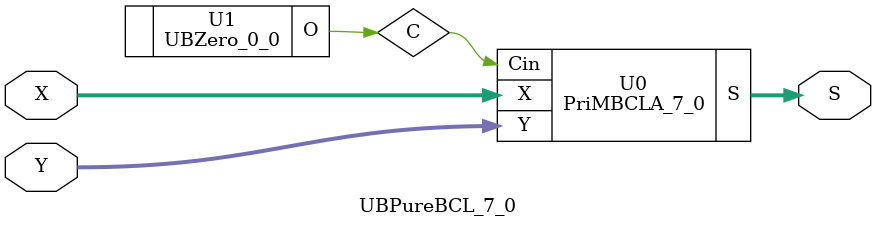
<source format=v>
/*----------------------------------------------------------------------------
  Copyright (c) 2021 Homma laboratory. All rights reserved.

  Top module: UBBCL_7_0_7_0

  Operand-1 length: 8
  Operand-2 length: 8
  Two-operand addition algorithm: Block carry look-ahead adder
----------------------------------------------------------------------------*/

module GPGenerator(Go, Po, A, B);
  output Go;
  output Po;
  input A;
  input B;
  assign Go = A & B;
  assign Po = A ^ B;
endmodule

module BCLAU_4(Go, Po, G, P, Cin);
  output Go;
  output Po;
  input Cin;
  input [3:0] G;
  input [3:0] P;
  assign Po = P[0] & P[1] & P[2] & P[3];
  assign Go = G[3] | ( P[3] & G[2] ) | ( P[3] & P[2] & G[1] ) | ( P[3] & P[2] & P[1] & G[0] );
endmodule

module BCLAlU_4(Go, Po, S, X, Y, Cin);
  output Go;
  output Po;
  output [3:0] S;
  input Cin;
  input [3:0] X;
  input [3:0] Y;
  wire [3:1] C;
  wire [3:0] G;
  wire [3:0] P;
  assign C[1] = G[0] | ( P[0] & Cin );
  assign C[2] = G[1] | ( P[1] & C[1] );
  assign C[3] = G[2] | ( P[2] & C[2] );
  assign S[0] = P[0] ^ Cin;
  assign S[1] = P[1] ^ C[1];
  assign S[2] = P[2] ^ C[2];
  assign S[3] = P[3] ^ C[3];
  GPGenerator U0 (G[0], P[0], X[0], Y[0]);
  GPGenerator U1 (G[1], P[1], X[1], Y[1]);
  GPGenerator U2 (G[2], P[2], X[2], Y[2]);
  GPGenerator U3 (G[3], P[3], X[3], Y[3]);
  BCLAU_4 U4 (Go, Po, G, P, Cin);
endmodule

module PriMBCLA_7_0(S, X, Y, Cin);
  output [8:0] S;
  input Cin;
  input [7:0] X;
  input [7:0] Y;
  wire [1:0] C1;
  wire [1:0] G1;
  wire [1:0] P1;
  assign C1[0] = Cin;
  assign C1[1] = G1[0] | ( P1[0] & C1[0] );
  assign S[8] = G1[1] | ( P1[1] & C1[1] );
  BCLAlU_4 U0 (G1[0], P1[0], S[3:0], X[3:0], Y[3:0], C1[0]);
  BCLAlU_4 U1 (G1[1], P1[1], S[7:4], X[7:4], Y[7:4], C1[1]);
endmodule

module UBZero_0_0(O);
  output [0:0] O;
  assign O[0] = 0;
endmodule

module UBBCL_7_0_7_0 (S, X, Y);
  output [8:0] S;
  input [7:0] X;
  input [7:0] Y;
  UBPureBCL_7_0 U0 (S[8:0], X[7:0], Y[7:0]);
endmodule

module UBPureBCL_7_0 (S, X, Y);
  output [8:0] S;
  input [7:0] X;
  input [7:0] Y;
  wire C;
  PriMBCLA_7_0 U0 (S, X, Y, C);
  UBZero_0_0 U1 (C);
endmodule


</source>
